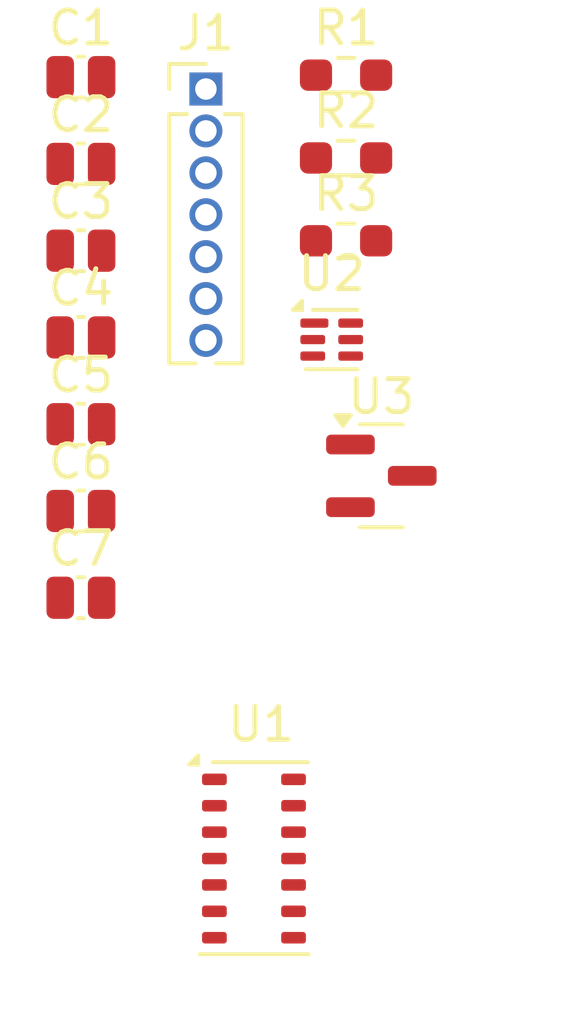
<source format=kicad_pcb>
(kicad_pcb (version 20240108) (generator "pcbnew") (generator_version "8.0")
  (layers (0 "F.Cu" signal) (31 "B.Cu" signal) (34 "B.Paste" user) (35 "F.Paste" user) (36 "B.SilkS" user "B.Silkscreen") (37 "F.SilkS" user "F.Silkscreen") (38 "B.Mask" user) (39 "F.Mask" user) (44 "Edge.Cuts" user))
  (net 0 "")
  (net 1 "GND")
  (net 2 "Net-(J1-Pin_1)")
  (net 3 "Net-(U2-C+)")
  (net 4 "Net-(U2-C-)")
  (net 5 "+3.3V")
  (net 6 "+1V8")
  (net 7 "Net-(J1-Pin_4)")
  (net 8 "Net-(J1-Pin_5)")
  (net 9 "Net-(J1-Pin_2)")
  (net 10 "Net-(J1-Pin_3)")
  (net 11 "Net-(J1-Pin_6)")
  (footprint "Capacitor_SMD:C_0504_1310Metric_Pad0.83x1.28mm_HandSolder" (layer "F.Cu") (at 143.4525 67.545)
    (property "Reference" "C2" (at 0 -1.49 0) (layer "F.SilkS"))
    (property "Value" "100nF")
    (fp_line (start -0.101969 -0.62) (end 0.101969 -0.62) (stroke (width 0.12)) (layer "F.SilkS"))
    (fp_line (start -0.101969 0.62) (end 0.101969 0.62) (stroke (width 0.12)) (layer "F.SilkS"))
    (pad "1" smd roundrect (at -0.6275 0) (size 0.835 1.28) (layers "F.Cu" "F.Paste" "F.Mask") (net 1 "GND"))
    (pad "2" smd roundrect (at 0.6275 0) (size 0.835 1.28) (layers "F.Cu" "F.Paste" "F.Mask") (net 2 "Net-(J1-Pin_1)"))
  )
  (footprint "Capacitor_SMD:C_0504_1310Metric_Pad0.83x1.28mm_HandSolder" (layer "F.Cu") (at 143.4525 78.065)
    (property "Reference" "C6" (at 0 -1.49 0) (layer "F.SilkS"))
    (property "Value" "10uF")
    (fp_line (start -0.101969 -0.62) (end 0.101969 -0.62) (stroke (width 0.12)) (layer "F.SilkS"))
    (fp_line (start -0.101969 0.62) (end 0.101969 0.62) (stroke (width 0.12)) (layer "F.SilkS"))
    (pad "1" smd roundrect (at -0.6275 0) (size 0.835 1.28) (layers "F.Cu" "F.Paste" "F.Mask") (net 5 "+3.3V"))
    (pad "2" smd roundrect (at 0.6275 0) (size 0.835 1.28) (layers "F.Cu" "F.Paste" "F.Mask") (net 1 "GND"))
  )
  (footprint "OptoDevice:Maxim_OLGA-14_3.3x5.6mm_P0.8mm" (layer "F.Cu") (at 148.7 88.6)
    (property "Reference" "U1" (at 0.22 -4.07 0) (layer "F.SilkS"))
    (property "Value" "MAX30102")
    (fp_line (start -1.25 -2.92) (end 1.64 -2.92) (stroke (width 0.12)) (layer "F.SilkS"))
    (fp_line (start 1.66 2.9) (end -1.65 2.9) (stroke (width 0.12)) (layer "F.SilkS"))
    (fp_poly (pts (xy -1.69 -2.85) (xy -1.97 -2.85) (xy -1.69 -3.13) (xy -1.69 -2.85)) (stroke (width 0.12)) (fill solid) (layer "F.SilkS"))
    (pad "1" smd roundrect (at -1.2 -2.4) (size 0.75 0.35) (layers "F.Cu" "F.Paste" "F.Mask"))
    (pad "2" smd roundrect (at -1.2 -1.6) (size 0.75 0.35) (layers "F.Cu" "F.Paste" "F.Mask") (net 9 "Net-(J1-Pin_2)"))
    (pad "3" smd roundrect (at -1.2 -0.8) (size 0.75 0.35) (layers "F.Cu" "F.Paste" "F.Mask") (net 10 "Net-(J1-Pin_3)"))
    (pad "4" smd roundrect (at -1.2 0) (size 0.75 0.35) (layers "F.Cu" "F.Paste" "F.Mask") (net 1 "GND"))
    (pad "5" smd roundrect (at -1.2 0.8) (size 0.75 0.35) (layers "F.Cu" "F.Paste" "F.Mask"))
    (pad "6" smd roundrect (at -1.2 1.6) (size 0.75 0.35) (layers "F.Cu" "F.Paste" "F.Mask") (net 11 "Net-(J1-Pin_6)"))
    (pad "7" smd roundrect (at -1.2 2.4) (size 0.75 0.35) (layers "F.Cu" "F.Paste" "F.Mask") (net 8 "Net-(J1-Pin_5)"))
    (pad "8" smd roundrect (at 1.2 2.4) (size 0.75 0.35) (layers "F.Cu" "F.Paste" "F.Mask"))
    (pad "9" smd roundrect (at 1.2 1.6) (size 0.75 0.35) (layers "F.Cu" "F.Paste" "F.Mask") (net 5 "+3.3V"))
    (pad "10" smd roundrect (at 1.2 0.8) (size 0.75 0.35) (layers "F.Cu" "F.Paste" "F.Mask") (net 5 "+3.3V"))
    (pad "11" smd roundrect (at 1.2 0) (size 0.75 0.35) (layers "F.Cu" "F.Paste" "F.Mask") (net 6 "+1V8"))
    (pad "12" smd roundrect (at 1.2 -0.8) (size 0.75 0.35) (layers "F.Cu" "F.Paste" "F.Mask") (net 1 "GND"))
    (pad "13" smd roundrect (at 1.2 -1.6) (size 0.75 0.35) (layers "F.Cu" "F.Paste" "F.Mask") (net 7 "Net-(J1-Pin_4)"))
    (pad "14" smd roundrect (at 1.2 -2.4) (size 0.75 0.35) (layers "F.Cu" "F.Paste" "F.Mask"))
  )
  (footprint "Capacitor_SMD:C_0504_1310Metric_Pad0.83x1.28mm_HandSolder" (layer "F.Cu") (at 143.4525 64.915)
    (property "Reference" "C1" (at 0 -1.49 0) (layer "F.SilkS"))
    (property "Value" "10uF")
    (fp_line (start -0.101969 -0.62) (end 0.101969 -0.62) (stroke (width 0.12)) (layer "F.SilkS"))
    (fp_line (start -0.101969 0.62) (end 0.101969 0.62) (stroke (width 0.12)) (layer "F.SilkS"))
    (pad "1" smd roundrect (at -0.6275 0) (size 0.835 1.28) (layers "F.Cu" "F.Paste" "F.Mask") (net 2 "Net-(J1-Pin_1)"))
    (pad "2" smd roundrect (at 0.6275 0) (size 0.835 1.28) (layers "F.Cu" "F.Paste" "F.Mask") (net 1 "GND"))
  )
  (footprint "Package_SON:WSON-6_1.5x1.5mm_P0.5mm" (layer "F.Cu") (at 151.0575 72.87)
    (property "Reference" "U2" (at 0 -2 0) (layer "F.SilkS"))
    (property "Value" "TLV70028_WSON6")
    (fp_line (start -0.785 0.9) (end 0.785 0.9) (stroke (width 0.12)) (layer "F.SilkS"))
    (fp_line (start -0.58 -0.9) (end 0.78 -0.9) (stroke (width 0.12)) (layer "F.SilkS"))
    (fp_poly (pts (xy -0.9 -0.9) (xy -1.18 -0.9) (xy -0.9 -1.18) (xy -0.9 -0.9)) (stroke (width 0.12)) (fill solid) (layer "F.SilkS"))
    (pad "1" smd roundrect (at -0.525 -0.5 270) (size 0.28 0.85) (layers "F.Cu" "F.Paste" "F.Mask") (net 2 "Net-(J1-Pin_1)"))
    (pad "2" smd roundrect (at -0.575 0 270) (size 0.28 0.75) (layers "F.Cu" "F.Paste" "F.Mask") (net 1 "GND"))
    (pad "3" smd roundrect (at -0.575 0.5 270) (size 0.28 0.75) (layers "F.Cu" "F.Paste" "F.Mask") (net 5 "+3.3V"))
    (pad "4" smd roundrect (at 0.575 0.5 270) (size 0.28 0.75) (layers "F.Cu" "F.Paste" "F.Mask") (net 3 "Net-(U2-C+)"))
    (pad "5" smd roundrect (at 0.575 0 270) (size 0.28 0.75) (layers "F.Cu" "F.Paste" "F.Mask") (net 4 "Net-(U2-C-)"))
    (pad "6" smd roundrect (at 0.575 -0.5 270) (size 0.28 0.75) (layers "F.Cu" "F.Paste" "F.Mask") (net 2 "Net-(J1-Pin_1)"))
  )
  (footprint "Capacitor_SMD:C_0504_1310Metric_Pad0.83x1.28mm_HandSolder" (layer "F.Cu") (at 143.4525 72.805)
    (property "Reference" "C4" (at 0 -1.49 0) (layer "F.SilkS"))
    (property "Value" "100nF")
    (fp_line (start -0.101969 -0.62) (end 0.101969 -0.62) (stroke (width 0.12)) (layer "F.SilkS"))
    (fp_line (start -0.101969 0.62) (end 0.101969 0.62) (stroke (width 0.12)) (layer "F.SilkS"))
    (pad "1" smd roundrect (at -0.6275 0) (size 0.835 1.28) (layers "F.Cu" "F.Paste" "F.Mask") (net 5 "+3.3V"))
    (pad "2" smd roundrect (at 0.6275 0) (size 0.835 1.28) (layers "F.Cu" "F.Paste" "F.Mask") (net 1 "GND"))
  )
  (footprint "Resistor_SMD:R_0603_1608Metric_Pad0.98x0.95mm_HandSolder" (layer "F.Cu") (at 151.4925 69.875)
    (property "Reference" "R3" (at 0 -1.43 0) (layer "F.SilkS"))
    (property "Value" "4.7")
    (fp_line (start -0.254724 -0.5225) (end 0.254724 -0.5225) (stroke (width 0.12)) (layer "F.SilkS"))
    (fp_line (start -0.254724 0.5225) (end 0.254724 0.5225) (stroke (width 0.12)) (layer "F.SilkS"))
    (pad "1" smd roundrect (at -0.9125 0) (size 0.975 0.95) (layers "F.Cu" "F.Paste" "F.Mask") (net 7 "Net-(J1-Pin_4)"))
    (pad "2" smd roundrect (at 0.9125 0) (size 0.975 0.95) (layers "F.Cu" "F.Paste" "F.Mask") (net 6 "+1V8"))
  )
  (footprint "Package_TO_SOT_SMD:SOT-23" (layer "F.Cu") (at 152.5625 77)
    (property "Reference" "U3" (at 0 -2.4 0) (layer "F.SilkS"))
    (property "Value" "TPS7A0512PDBZ")
    (fp_line (start 0 -1.56) (end -0.65 -1.56) (stroke (width 0.12)) (layer "F.SilkS"))
    (fp_line (start 0 -1.56) (end 0.65 -1.56) (stroke (width 0.12)) (layer "F.SilkS"))
    (fp_line (start 0 1.56) (end -0.65 1.56) (stroke (width 0.12)) (layer "F.SilkS"))
    (fp_line (start 0 1.56) (end 0.65 1.56) (stroke (width 0.12)) (layer "F.SilkS"))
    (fp_poly (pts (xy -1.1625 -1.51) (xy -1.4025 -1.84) (xy -0.9225 -1.84) (xy -1.1625 -1.51)) (stroke (width 0.12)) (fill solid) (layer "F.SilkS"))
    (pad "1" smd roundrect (at -0.9375 -0.95) (size 1.475 0.6) (layers "F.Cu" "F.Paste" "F.Mask") (net 1 "GND"))
    (pad "2" smd roundrect (at -0.9375 0.95) (size 1.475 0.6) (layers "F.Cu" "F.Paste" "F.Mask") (net 6 "+1V8"))
    (pad "3" smd roundrect (at 0.9375 0) (size 1.475 0.6) (layers "F.Cu" "F.Paste" "F.Mask") (net 5 "+3.3V"))
  )
  (footprint "Resistor_SMD:R_0603_1608Metric_Pad0.98x0.95mm_HandSolder" (layer "F.Cu") (at 151.4925 67.365)
    (property "Reference" "R2" (at 0 -1.43 0) (layer "F.SilkS"))
    (property "Value" "4.7k")
    (fp_line (start -0.254724 -0.5225) (end 0.254724 -0.5225) (stroke (width 0.12)) (layer "F.SilkS"))
    (fp_line (start -0.254724 0.5225) (end 0.254724 0.5225) (stroke (width 0.12)) (layer "F.SilkS"))
    (pad "1" smd roundrect (at -0.9125 0) (size 0.975 0.95) (layers "F.Cu" "F.Paste" "F.Mask") (net 10 "Net-(J1-Pin_3)"))
    (pad "2" smd roundrect (at 0.9125 0) (size 0.975 0.95) (layers "F.Cu" "F.Paste" "F.Mask") (net 6 "+1V8"))
  )
  (footprint "Connector_PinHeader_1.27mm:PinHeader_1x07_P1.27mm_Vertical" (layer "F.Cu") (at 147.2425 65.275)
    (property "Reference" "J1" (at 0 -1.695 0) (layer "F.SilkS"))
    (property "Value" "Conn_01x07_Pin")
    (fp_line (start -1.11 -0.76) (end 0 -0.76) (stroke (width 0.12)) (layer "F.SilkS"))
    (fp_line (start -1.11 0) (end -1.11 -0.76) (stroke (width 0.12)) (layer "F.SilkS"))
    (fp_line (start -1.11 0.76) (end -1.11 8.315) (stroke (width 0.12)) (layer "F.SilkS"))
    (fp_line (start -1.11 0.76) (end -0.563471 0.76) (stroke (width 0.12)) (layer "F.SilkS"))
    (fp_line (start -1.11 8.315) (end -0.30753 8.315) (stroke (width 0.12)) (layer "F.SilkS"))
    (fp_line (start 0.30753 8.315) (end 1.11 8.315) (stroke (width 0.12)) (layer "F.SilkS"))
    (fp_line (start 0.563471 0.76) (end 1.11 0.76) (stroke (width 0.12)) (layer "F.SilkS"))
    (fp_line (start 1.11 0.76) (end 1.11 8.315) (stroke (width 0.12)) (layer "F.SilkS"))
    (pad "1" thru_hole rect (at 0 0) (size 1 1) (drill 0.65) (layers "*.Cu" "*.Mask") (net 2 "Net-(J1-Pin_1)"))
    (pad "2" thru_hole oval (at 0 1.27) (size 1 1) (drill 0.65) (layers "*.Cu" "*.Mask") (net 9 "Net-(J1-Pin_2)"))
    (pad "3" thru_hole oval (at 0 2.54) (size 1 1) (drill 0.65) (layers "*.Cu" "*.Mask") (net 10 "Net-(J1-Pin_3)"))
    (pad "4" thru_hole oval (at 0 3.81) (size 1 1) (drill 0.65) (layers "*.Cu" "*.Mask") (net 7 "Net-(J1-Pin_4)"))
    (pad "5" thru_hole oval (at 0 5.08) (size 1 1) (drill 0.65) (layers "*.Cu" "*.Mask") (net 8 "Net-(J1-Pin_5)"))
    (pad "6" thru_hole oval (at 0 6.35) (size 1 1) (drill 0.65) (layers "*.Cu" "*.Mask") (net 11 "Net-(J1-Pin_6)"))
    (pad "7" thru_hole oval (at 0 7.62) (size 1 1) (drill 0.65) (layers "*.Cu" "*.Mask") (net 1 "GND"))
  )
  (footprint "Capacitor_SMD:C_0504_1310Metric_Pad0.83x1.28mm_HandSolder" (layer "F.Cu") (at 143.4525 75.435)
    (property "Reference" "C5" (at 0 -1.49 0) (layer "F.SilkS"))
    (property "Value" "100nF")
    (fp_line (start -0.101969 -0.62) (end 0.101969 -0.62) (stroke (width 0.12)) (layer "F.SilkS"))
    (fp_line (start -0.101969 0.62) (end 0.101969 0.62) (stroke (width 0.12)) (layer "F.SilkS"))
    (pad "1" smd roundrect (at -0.6275 0) (size 0.835 1.28) (layers "F.Cu" "F.Paste" "F.Mask") (net 1 "GND"))
    (pad "2" smd roundrect (at 0.6275 0) (size 0.835 1.28) (layers "F.Cu" "F.Paste" "F.Mask") (net 6 "+1V8"))
  )
  (footprint "Resistor_SMD:R_0603_1608Metric_Pad0.98x0.95mm_HandSolder" (layer "F.Cu") (at 151.4925 64.855)
    (property "Reference" "R1" (at 0 -1.43 0) (layer "F.SilkS"))
    (property "Value" "4.7k")
    (fp_line (start -0.254724 -0.5225) (end 0.254724 -0.5225) (stroke (width 0.12)) (layer "F.SilkS"))
    (fp_line (start -0.254724 0.5225) (end 0.254724 0.5225) (stroke (width 0.12)) (layer "F.SilkS"))
    (pad "1" smd roundrect (at -0.9125 0) (size 0.975 0.95) (layers "F.Cu" "F.Paste" "F.Mask") (net 9 "Net-(J1-Pin_2)"))
    (pad "2" smd roundrect (at 0.9125 0) (size 0.975 0.95) (layers "F.Cu" "F.Paste" "F.Mask") (net 6 "+1V8"))
  )
  (footprint "Capacitor_SMD:C_0504_1310Metric_Pad0.83x1.28mm_HandSolder" (layer "F.Cu") (at 143.4525 70.175)
    (property "Reference" "C3" (at 0 -1.49 0) (layer "F.SilkS"))
    (property "Value" "1uF")
    (fp_line (start -0.101969 -0.62) (end 0.101969 -0.62) (stroke (width 0.12)) (layer "F.SilkS"))
    (fp_line (start -0.101969 0.62) (end 0.101969 0.62) (stroke (width 0.12)) (layer "F.SilkS"))
    (pad "1" smd roundrect (at -0.6275 0) (size 0.835 1.28) (layers "F.Cu" "F.Paste" "F.Mask") (net 4 "Net-(U2-C-)"))
    (pad "2" smd roundrect (at 0.6275 0) (size 0.835 1.28) (layers "F.Cu" "F.Paste" "F.Mask") (net 3 "Net-(U2-C+)"))
  )
  (footprint "Capacitor_SMD:C_0504_1310Metric_Pad0.83x1.28mm_HandSolder" (layer "F.Cu") (at 143.4525 80.695)
    (property "Reference" "C7" (at 0 -1.49 0) (layer "F.SilkS"))
    (property "Value" "10uF")
    (fp_line (start -0.101969 -0.62) (end 0.101969 -0.62) (stroke (width 0.12)) (layer "F.SilkS"))
    (fp_line (start -0.101969 0.62) (end 0.101969 0.62) (stroke (width 0.12)) (layer "F.SilkS"))
    (pad "1" smd roundrect (at -0.6275 0) (size 0.835 1.28) (layers "F.Cu" "F.Paste" "F.Mask") (net 6 "+1V8"))
    (pad "2" smd roundrect (at 0.6275 0) (size 0.835 1.28) (layers "F.Cu" "F.Paste" "F.Mask") (net 1 "GND"))
  )
)
</source>
